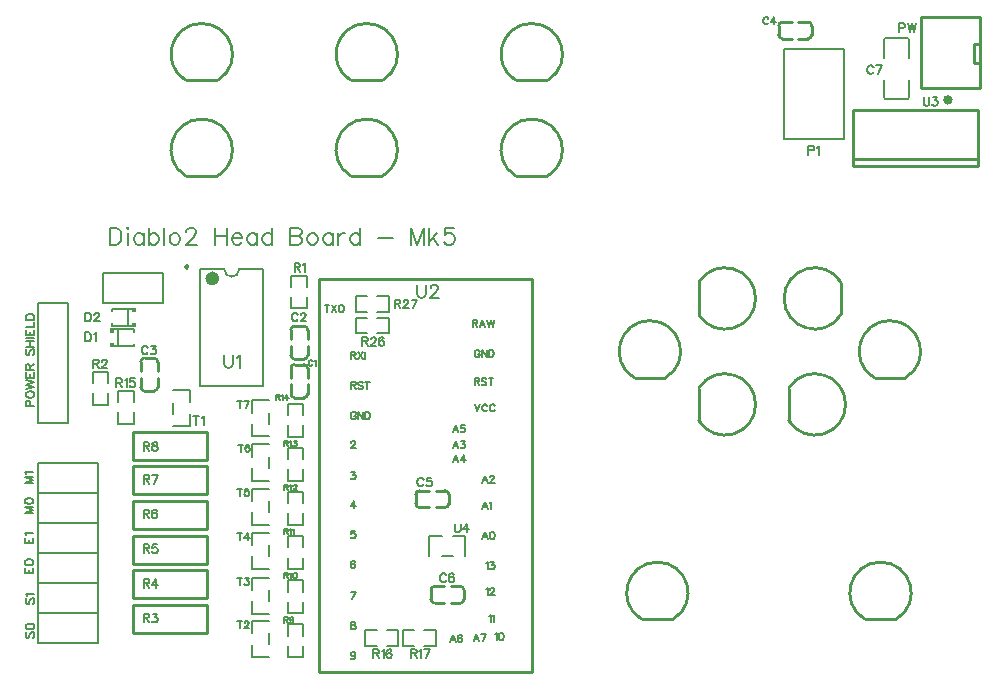
<source format=gto>
G04 Layer: TopSilkscreenLayer*
G04 EasyEDA v6.4.30, 2022-01-25 10:33:58*
G04 5618020f384b45728b455be9ef3c0d3f,7d3f4a13764643a7838717c5c1d40531,10*
G04 Gerber Generator version 0.2*
G04 Scale: 100 percent, Rotated: No, Reflected: No *
G04 Dimensions in inches *
G04 leading zeros omitted , absolute positions ,3 integer and 6 decimal *
%FSLAX36Y36*%
%MOIN*%

%ADD10C,0.0100*%
%ADD39C,0.0060*%
%ADD40C,0.0080*%
%ADD41C,0.0080*%
%ADD42C,0.0060*%
%ADD43C,0.0079*%
%ADD44C,0.0157*%
%ADD45C,0.0098*%
%ADD46C,0.0236*%
%ADD47C,0.0050*%

%LPD*%
D41*
X300050Y1560580D02*
G01*
X300050Y1503279D01*
X300050Y1560580D02*
G01*
X319050Y1560580D01*
X327249Y1557779D01*
X332750Y1552379D01*
X335450Y1546880D01*
X338150Y1538679D01*
X338150Y1525079D01*
X335450Y1516880D01*
X332750Y1511480D01*
X327249Y1505979D01*
X319050Y1503279D01*
X300050Y1503279D01*
X356149Y1560580D02*
G01*
X358949Y1557779D01*
X361649Y1560580D01*
X358949Y1563279D01*
X356149Y1560580D01*
X358949Y1541480D02*
G01*
X358949Y1503279D01*
X412350Y1541480D02*
G01*
X412350Y1503279D01*
X412350Y1533279D02*
G01*
X406950Y1538679D01*
X401449Y1541480D01*
X393249Y1541480D01*
X387849Y1538679D01*
X382350Y1533279D01*
X379650Y1525079D01*
X379650Y1519679D01*
X382350Y1511480D01*
X387849Y1505979D01*
X393249Y1503279D01*
X401449Y1503279D01*
X406950Y1505979D01*
X412350Y1511480D01*
X430349Y1560580D02*
G01*
X430349Y1503279D01*
X430349Y1533279D02*
G01*
X435850Y1538679D01*
X441250Y1541480D01*
X449450Y1541480D01*
X454949Y1538679D01*
X460349Y1533279D01*
X463049Y1525079D01*
X463049Y1519679D01*
X460349Y1511480D01*
X454949Y1505979D01*
X449450Y1503279D01*
X441250Y1503279D01*
X435850Y1505979D01*
X430349Y1511480D01*
X481050Y1560580D02*
G01*
X481050Y1503279D01*
X512750Y1541480D02*
G01*
X507249Y1538679D01*
X501849Y1533279D01*
X499050Y1525079D01*
X499050Y1519679D01*
X501849Y1511480D01*
X507249Y1505979D01*
X512750Y1503279D01*
X520949Y1503279D01*
X526350Y1505979D01*
X531849Y1511480D01*
X534549Y1519679D01*
X534549Y1525079D01*
X531849Y1533279D01*
X526350Y1538679D01*
X520949Y1541480D01*
X512750Y1541480D01*
X555250Y1546880D02*
G01*
X555250Y1549679D01*
X558049Y1555079D01*
X560749Y1557779D01*
X566149Y1560580D01*
X577049Y1560580D01*
X582550Y1557779D01*
X585250Y1555079D01*
X588049Y1549679D01*
X588049Y1544180D01*
X585250Y1538679D01*
X579850Y1530580D01*
X552550Y1503279D01*
X590749Y1503279D01*
X650749Y1560580D02*
G01*
X650749Y1503279D01*
X688949Y1560580D02*
G01*
X688949Y1503279D01*
X650749Y1533279D02*
G01*
X688949Y1533279D01*
X706950Y1525079D02*
G01*
X739650Y1525079D01*
X739650Y1530580D01*
X736950Y1535979D01*
X734149Y1538679D01*
X728750Y1541480D01*
X720549Y1541480D01*
X715050Y1538679D01*
X709650Y1533279D01*
X706950Y1525079D01*
X706950Y1519679D01*
X709650Y1511480D01*
X715050Y1505979D01*
X720549Y1503279D01*
X728750Y1503279D01*
X734149Y1505979D01*
X739650Y1511480D01*
X790349Y1541480D02*
G01*
X790349Y1503279D01*
X790349Y1533279D02*
G01*
X784949Y1538679D01*
X779449Y1541480D01*
X771250Y1541480D01*
X765850Y1538679D01*
X760349Y1533279D01*
X757649Y1525079D01*
X757649Y1519679D01*
X760349Y1511480D01*
X765850Y1505979D01*
X771250Y1503279D01*
X779449Y1503279D01*
X784949Y1505979D01*
X790349Y1511480D01*
X841049Y1560580D02*
G01*
X841049Y1503279D01*
X841049Y1533279D02*
G01*
X835649Y1538679D01*
X830150Y1541480D01*
X822049Y1541480D01*
X816549Y1538679D01*
X811049Y1533279D01*
X808350Y1525079D01*
X808350Y1519679D01*
X811049Y1511480D01*
X816549Y1505979D01*
X822049Y1503279D01*
X830150Y1503279D01*
X835649Y1505979D01*
X841049Y1511480D01*
X901049Y1560580D02*
G01*
X901049Y1503279D01*
X901049Y1560580D02*
G01*
X925649Y1560580D01*
X933850Y1557779D01*
X936549Y1555079D01*
X939250Y1549679D01*
X939250Y1544180D01*
X936549Y1538679D01*
X933850Y1535979D01*
X925649Y1533279D01*
X901049Y1533279D02*
G01*
X925649Y1533279D01*
X933850Y1530580D01*
X936549Y1527779D01*
X939250Y1522379D01*
X939250Y1514180D01*
X936549Y1508679D01*
X933850Y1505979D01*
X925649Y1503279D01*
X901049Y1503279D01*
X970950Y1541480D02*
G01*
X965450Y1538679D01*
X960050Y1533279D01*
X957250Y1525079D01*
X957250Y1519679D01*
X960050Y1511480D01*
X965450Y1505979D01*
X970950Y1503279D01*
X979049Y1503279D01*
X984549Y1505979D01*
X990050Y1511480D01*
X992749Y1519679D01*
X992749Y1525079D01*
X990050Y1533279D01*
X984549Y1538679D01*
X979049Y1541480D01*
X970950Y1541480D01*
X1043450Y1541480D02*
G01*
X1043450Y1503279D01*
X1043450Y1533279D02*
G01*
X1038050Y1538679D01*
X1032550Y1541480D01*
X1024350Y1541480D01*
X1018950Y1538679D01*
X1013450Y1533279D01*
X1010749Y1525079D01*
X1010749Y1519679D01*
X1013450Y1511480D01*
X1018950Y1505979D01*
X1024350Y1503279D01*
X1032550Y1503279D01*
X1038050Y1505979D01*
X1043450Y1511480D01*
X1061450Y1541480D02*
G01*
X1061450Y1503279D01*
X1061450Y1525079D02*
G01*
X1064149Y1533279D01*
X1069650Y1538679D01*
X1075050Y1541480D01*
X1083249Y1541480D01*
X1134049Y1560580D02*
G01*
X1134049Y1503279D01*
X1134049Y1533279D02*
G01*
X1128549Y1538679D01*
X1123050Y1541480D01*
X1114949Y1541480D01*
X1109449Y1538679D01*
X1104049Y1533279D01*
X1101250Y1525079D01*
X1101250Y1519679D01*
X1104049Y1511480D01*
X1109449Y1505979D01*
X1114949Y1503279D01*
X1123050Y1503279D01*
X1128549Y1505979D01*
X1134049Y1511480D01*
X1194049Y1527779D02*
G01*
X1243050Y1527779D01*
X1303050Y1560580D02*
G01*
X1303050Y1503279D01*
X1303050Y1560580D02*
G01*
X1324949Y1503279D01*
X1346750Y1560580D02*
G01*
X1324949Y1503279D01*
X1346750Y1560580D02*
G01*
X1346750Y1503279D01*
X1364750Y1560580D02*
G01*
X1364750Y1503279D01*
X1392049Y1541480D02*
G01*
X1364750Y1514180D01*
X1375649Y1525079D02*
G01*
X1394750Y1503279D01*
X1445450Y1560580D02*
G01*
X1418149Y1560580D01*
X1415450Y1535979D01*
X1418149Y1538679D01*
X1426350Y1541480D01*
X1434549Y1541480D01*
X1442749Y1538679D01*
X1448149Y1533279D01*
X1450950Y1525079D01*
X1450950Y1519679D01*
X1448149Y1511480D01*
X1442749Y1505979D01*
X1434549Y1503279D01*
X1426350Y1503279D01*
X1418149Y1505979D01*
X1415450Y1508679D01*
X1412749Y1514180D01*
D39*
X19699Y965625D02*
G01*
X48400Y965625D01*
X19699Y965625D02*
G01*
X19699Y977925D01*
X21100Y982024D01*
X22500Y983324D01*
X25199Y984724D01*
X29299Y984724D01*
X31999Y983324D01*
X33400Y982024D01*
X34699Y977925D01*
X34699Y965625D01*
X19699Y1001925D02*
G01*
X21100Y999124D01*
X23800Y996424D01*
X26500Y995124D01*
X30599Y993724D01*
X37500Y993724D01*
X41500Y995124D01*
X44299Y996424D01*
X46999Y999124D01*
X48400Y1001925D01*
X48400Y1007325D01*
X46999Y1010124D01*
X44299Y1012824D01*
X41500Y1014124D01*
X37500Y1015524D01*
X30599Y1015524D01*
X26500Y1014124D01*
X23800Y1012824D01*
X21100Y1010124D01*
X19699Y1007325D01*
X19699Y1001925D01*
X19699Y1024524D02*
G01*
X48400Y1031325D01*
X19699Y1038125D02*
G01*
X48400Y1031325D01*
X19699Y1038125D02*
G01*
X48400Y1045025D01*
X19699Y1051824D02*
G01*
X48400Y1045025D01*
X19699Y1060824D02*
G01*
X48400Y1060824D01*
X19699Y1060824D02*
G01*
X19699Y1078524D01*
X33400Y1060824D02*
G01*
X33400Y1071725D01*
X48400Y1060824D02*
G01*
X48400Y1078524D01*
X19699Y1087525D02*
G01*
X48400Y1087525D01*
X19699Y1087525D02*
G01*
X19699Y1099825D01*
X21100Y1103924D01*
X22500Y1105225D01*
X25199Y1106624D01*
X27899Y1106624D01*
X30599Y1105225D01*
X31999Y1103924D01*
X33400Y1099825D01*
X33400Y1087525D01*
X33400Y1097125D02*
G01*
X48400Y1106624D01*
X23800Y1155725D02*
G01*
X21100Y1153024D01*
X19699Y1148924D01*
X19699Y1143425D01*
X21100Y1139324D01*
X23800Y1136624D01*
X26500Y1136624D01*
X29299Y1138024D01*
X30599Y1139324D01*
X31999Y1142125D01*
X34699Y1150225D01*
X36100Y1153024D01*
X37500Y1154324D01*
X40199Y1155725D01*
X44299Y1155725D01*
X46999Y1153024D01*
X48400Y1148924D01*
X48400Y1143425D01*
X46999Y1139324D01*
X44299Y1136624D01*
X19699Y1164724D02*
G01*
X48400Y1164724D01*
X19699Y1183825D02*
G01*
X48400Y1183825D01*
X33400Y1164724D02*
G01*
X33400Y1183825D01*
X19699Y1192824D02*
G01*
X48400Y1192824D01*
X19699Y1201824D02*
G01*
X48400Y1201824D01*
X19699Y1201824D02*
G01*
X19699Y1219524D01*
X33400Y1201824D02*
G01*
X33400Y1212725D01*
X48400Y1201824D02*
G01*
X48400Y1219524D01*
X19699Y1228524D02*
G01*
X48400Y1228524D01*
X48400Y1228524D02*
G01*
X48400Y1244924D01*
X19699Y1253924D02*
G01*
X48400Y1253924D01*
X19699Y1253924D02*
G01*
X19699Y1263425D01*
X21100Y1267525D01*
X23800Y1270225D01*
X26500Y1271624D01*
X30599Y1273024D01*
X37500Y1273024D01*
X41500Y1271624D01*
X44299Y1270225D01*
X46999Y1267525D01*
X48400Y1263425D01*
X48400Y1253924D01*
X2845424Y2095349D02*
G01*
X2844125Y2098049D01*
X2841324Y2100749D01*
X2838625Y2102150D01*
X2833225Y2102150D01*
X2830424Y2100749D01*
X2827725Y2098049D01*
X2826324Y2095349D01*
X2825024Y2091250D01*
X2825024Y2084450D01*
X2826324Y2080349D01*
X2827725Y2077649D01*
X2830424Y2074850D01*
X2833225Y2073550D01*
X2838625Y2073550D01*
X2841324Y2074850D01*
X2844125Y2077649D01*
X2845424Y2080349D01*
X2873524Y2102150D02*
G01*
X2859925Y2073550D01*
X2854425Y2102150D02*
G01*
X2873524Y2102150D01*
X23825Y212824D02*
G01*
X21125Y210124D01*
X19724Y206024D01*
X19724Y200524D01*
X21125Y196525D01*
X23825Y193724D01*
X26525Y193724D01*
X29225Y195124D01*
X30625Y196525D01*
X32024Y199225D01*
X34724Y207424D01*
X36125Y210124D01*
X37424Y211525D01*
X40225Y212824D01*
X44225Y212824D01*
X47024Y210124D01*
X48324Y206024D01*
X48324Y200524D01*
X47024Y196525D01*
X44225Y193724D01*
X19724Y230025D02*
G01*
X21125Y225925D01*
X25225Y223225D01*
X32024Y221824D01*
X36125Y221824D01*
X42925Y223225D01*
X47024Y225925D01*
X48324Y230025D01*
X48324Y232725D01*
X47024Y236824D01*
X42925Y239524D01*
X36125Y240925D01*
X32024Y240925D01*
X25225Y239524D01*
X21125Y236824D01*
X19724Y232725D01*
X19724Y230025D01*
X23800Y325349D02*
G01*
X21100Y322649D01*
X19699Y318550D01*
X19699Y313049D01*
X21100Y308949D01*
X23800Y306250D01*
X26500Y306250D01*
X29299Y307649D01*
X30599Y308949D01*
X31999Y311750D01*
X34699Y319850D01*
X36100Y322649D01*
X37500Y323949D01*
X40199Y325349D01*
X44299Y325349D01*
X46999Y322649D01*
X48400Y318550D01*
X48400Y313049D01*
X46999Y308949D01*
X44299Y306250D01*
X25199Y334349D02*
G01*
X23800Y337049D01*
X19699Y341149D01*
X48400Y341149D01*
X1345500Y720374D02*
G01*
X1344099Y723074D01*
X1341400Y725774D01*
X1338599Y727175D01*
X1333199Y727175D01*
X1330500Y725774D01*
X1327700Y723074D01*
X1326400Y720374D01*
X1325000Y716275D01*
X1325000Y709375D01*
X1326400Y705374D01*
X1327700Y702575D01*
X1330500Y699875D01*
X1333199Y698474D01*
X1338599Y698474D01*
X1341400Y699875D01*
X1344099Y702575D01*
X1345500Y705374D01*
X1370799Y727175D02*
G01*
X1357200Y727175D01*
X1355799Y714875D01*
X1357200Y716275D01*
X1361300Y717575D01*
X1365399Y717575D01*
X1369499Y716275D01*
X1372200Y713474D01*
X1373500Y709375D01*
X1373500Y706675D01*
X1372200Y702575D01*
X1369499Y699875D01*
X1365399Y698474D01*
X1361300Y698474D01*
X1357200Y699875D01*
X1355799Y701275D01*
X1354499Y703975D01*
X1420500Y401624D02*
G01*
X1419099Y404324D01*
X1416400Y407024D01*
X1413599Y408425D01*
X1408199Y408425D01*
X1405500Y407024D01*
X1402700Y404324D01*
X1401400Y401624D01*
X1400000Y397525D01*
X1400000Y390625D01*
X1401400Y386624D01*
X1402700Y383825D01*
X1405500Y381125D01*
X1408199Y379724D01*
X1413599Y379724D01*
X1416400Y381125D01*
X1419099Y383825D01*
X1420500Y386624D01*
X1445799Y404324D02*
G01*
X1444499Y407024D01*
X1440399Y408425D01*
X1437600Y408425D01*
X1433500Y407024D01*
X1430799Y402925D01*
X1429499Y396125D01*
X1429499Y389324D01*
X1430799Y383825D01*
X1433500Y381125D01*
X1437600Y379724D01*
X1438999Y379724D01*
X1443100Y381125D01*
X1445799Y383825D01*
X1447200Y387925D01*
X1447200Y389324D01*
X1445799Y393425D01*
X1443100Y396125D01*
X1438999Y397525D01*
X1437600Y397525D01*
X1433500Y396125D01*
X1430799Y393425D01*
X1429499Y389324D01*
X1450000Y574050D02*
G01*
X1450000Y553550D01*
X1451400Y549450D01*
X1454099Y546750D01*
X1458199Y545349D01*
X1460900Y545349D01*
X1465000Y546750D01*
X1467700Y549450D01*
X1469099Y553550D01*
X1469099Y574050D01*
X1491700Y574050D02*
G01*
X1478100Y554949D01*
X1498500Y554949D01*
X1491700Y574050D02*
G01*
X1491700Y545349D01*
X1178149Y155250D02*
G01*
X1178149Y126649D01*
X1178149Y155250D02*
G01*
X1190349Y155250D01*
X1194449Y153949D01*
X1195850Y152550D01*
X1197250Y149850D01*
X1197250Y147049D01*
X1195850Y144349D01*
X1194449Y142950D01*
X1190349Y141649D01*
X1178149Y141649D01*
X1187650Y141649D02*
G01*
X1197250Y126649D01*
X1206250Y149850D02*
G01*
X1208950Y151149D01*
X1213050Y155250D01*
X1213050Y126649D01*
X1238350Y151149D02*
G01*
X1237049Y153949D01*
X1232950Y155250D01*
X1230249Y155250D01*
X1226149Y153949D01*
X1223350Y149850D01*
X1222049Y142950D01*
X1222049Y136149D01*
X1223350Y130749D01*
X1226149Y127950D01*
X1230249Y126649D01*
X1231549Y126649D01*
X1235649Y127950D01*
X1238350Y130749D01*
X1239750Y134850D01*
X1239750Y136149D01*
X1238350Y140250D01*
X1235649Y142950D01*
X1231549Y144349D01*
X1230249Y144349D01*
X1226149Y142950D01*
X1223350Y140250D01*
X1222049Y136149D01*
X1303175Y155250D02*
G01*
X1303175Y126649D01*
X1303175Y155250D02*
G01*
X1315375Y155250D01*
X1319475Y153949D01*
X1320874Y152550D01*
X1322174Y149850D01*
X1322174Y147049D01*
X1320874Y144349D01*
X1319475Y142950D01*
X1315375Y141649D01*
X1303175Y141649D01*
X1312674Y141649D02*
G01*
X1322174Y126649D01*
X1331175Y149850D02*
G01*
X1333975Y151149D01*
X1338074Y155250D01*
X1338074Y126649D01*
X1366175Y155250D02*
G01*
X1352475Y126649D01*
X1347075Y155250D02*
G01*
X1366175Y155250D01*
X3012494Y1995902D02*
G01*
X3012494Y1975448D01*
X3013859Y1971356D01*
X3016585Y1968629D01*
X3020676Y1967265D01*
X3023404Y1967265D01*
X3027494Y1968629D01*
X3030222Y1971356D01*
X3031585Y1975448D01*
X3031585Y1995902D01*
X3043312Y1995902D02*
G01*
X3058312Y1995902D01*
X3050131Y1984994D01*
X3054221Y1984994D01*
X3056949Y1983629D01*
X3058312Y1982265D01*
X3059677Y1978175D01*
X3059677Y1975448D01*
X3058312Y1971356D01*
X3055586Y1968629D01*
X3051495Y1967265D01*
X3047403Y1967265D01*
X3043312Y1968629D01*
X3041949Y1969994D01*
X3040586Y1972721D01*
X2931266Y2242800D02*
G01*
X2931266Y2214099D01*
X2931266Y2242800D02*
G01*
X2943567Y2242800D01*
X2947566Y2241399D01*
X2948967Y2240100D01*
X2950366Y2237300D01*
X2950366Y2233200D01*
X2948967Y2230500D01*
X2947566Y2229099D01*
X2943567Y2227800D01*
X2931266Y2227800D01*
X2959367Y2242800D02*
G01*
X2966166Y2214099D01*
X2972966Y2242800D02*
G01*
X2966166Y2214099D01*
X2972966Y2242800D02*
G01*
X2979767Y2214099D01*
X2986566Y2242800D02*
G01*
X2979767Y2214099D01*
X2628125Y1833434D02*
G01*
X2628125Y1804735D01*
X2628125Y1833434D02*
G01*
X2640424Y1833434D01*
X2644525Y1832035D01*
X2645825Y1830635D01*
X2647224Y1827935D01*
X2647224Y1823834D01*
X2645825Y1821134D01*
X2644525Y1819735D01*
X2640424Y1818434D01*
X2628125Y1818434D01*
X2656225Y1827935D02*
G01*
X2658924Y1829335D01*
X2663024Y1833434D01*
X2663024Y1804735D01*
D47*
X976099Y1115599D02*
G01*
X975200Y1117500D01*
X973400Y1119299D01*
X971599Y1120199D01*
X968000Y1120199D01*
X966099Y1119299D01*
X964300Y1117500D01*
X963400Y1115599D01*
X962500Y1112899D01*
X962500Y1108400D01*
X963400Y1105599D01*
X964300Y1103800D01*
X966099Y1101999D01*
X968000Y1101100D01*
X971599Y1101100D01*
X973400Y1101999D01*
X975200Y1103800D01*
X976099Y1105599D01*
X982100Y1116500D02*
G01*
X983999Y1117500D01*
X986700Y1120199D01*
X986700Y1101100D01*
D39*
X926700Y1270300D02*
G01*
X925299Y1273099D01*
X922600Y1275799D01*
X919799Y1277100D01*
X914399Y1277100D01*
X911700Y1275799D01*
X908900Y1273099D01*
X907600Y1270300D01*
X906199Y1266199D01*
X906199Y1259400D01*
X907600Y1255300D01*
X908900Y1252600D01*
X911700Y1249899D01*
X914399Y1248499D01*
X919799Y1248499D01*
X922600Y1249899D01*
X925299Y1252600D01*
X926700Y1255300D01*
X936999Y1270300D02*
G01*
X936999Y1271700D01*
X938400Y1274400D01*
X939700Y1275799D01*
X942500Y1277100D01*
X947899Y1277100D01*
X950699Y1275799D01*
X951999Y1274400D01*
X953400Y1271700D01*
X953400Y1269000D01*
X951999Y1266199D01*
X949300Y1262100D01*
X935699Y1248499D01*
X954700Y1248499D01*
X426750Y1160960D02*
G01*
X425349Y1163659D01*
X422649Y1166460D01*
X419850Y1167759D01*
X414450Y1167759D01*
X411750Y1166460D01*
X408949Y1163659D01*
X407649Y1160960D01*
X406250Y1156860D01*
X406250Y1150059D01*
X407649Y1145960D01*
X408949Y1143260D01*
X411750Y1140459D01*
X414450Y1139160D01*
X419850Y1139160D01*
X422649Y1140459D01*
X425349Y1143260D01*
X426750Y1145960D01*
X438449Y1167759D02*
G01*
X453449Y1167759D01*
X445250Y1156860D01*
X449349Y1156860D01*
X452049Y1155459D01*
X453449Y1154160D01*
X454749Y1150059D01*
X454749Y1147359D01*
X453449Y1143260D01*
X450749Y1140459D01*
X446649Y1139160D01*
X442550Y1139160D01*
X438449Y1140459D01*
X437049Y1141860D01*
X435749Y1144560D01*
X412500Y274000D02*
G01*
X412500Y245399D01*
X412500Y274000D02*
G01*
X424699Y274000D01*
X428800Y272699D01*
X430199Y271300D01*
X431500Y268600D01*
X431500Y265799D01*
X430199Y263099D01*
X428800Y261700D01*
X424699Y260399D01*
X412500Y260399D01*
X421999Y260399D02*
G01*
X431500Y245399D01*
X443299Y274000D02*
G01*
X458299Y274000D01*
X450100Y263099D01*
X454200Y263099D01*
X456900Y261700D01*
X458299Y260399D01*
X459600Y256300D01*
X459600Y253600D01*
X458299Y249499D01*
X455500Y246700D01*
X451500Y245399D01*
X447399Y245399D01*
X443299Y246700D01*
X441900Y248099D01*
X440500Y250799D01*
X412500Y389600D02*
G01*
X412500Y360999D01*
X412500Y389600D02*
G01*
X424699Y389600D01*
X428800Y388299D01*
X430199Y386900D01*
X431500Y384200D01*
X431500Y381500D01*
X430199Y378699D01*
X428800Y377399D01*
X424699Y375999D01*
X412500Y375999D01*
X421999Y375999D02*
G01*
X431500Y360999D01*
X454200Y389600D02*
G01*
X440500Y370599D01*
X460999Y370599D01*
X454200Y389600D02*
G01*
X454200Y360999D01*
X412500Y505300D02*
G01*
X412500Y476599D01*
X412500Y505300D02*
G01*
X424699Y505300D01*
X428800Y503899D01*
X430199Y502500D01*
X431500Y499800D01*
X431500Y497100D01*
X430199Y494400D01*
X428800Y493000D01*
X424699Y491599D01*
X412500Y491599D01*
X421999Y491599D02*
G01*
X431500Y476599D01*
X456900Y505300D02*
G01*
X443299Y505300D01*
X441900Y493000D01*
X443299Y494400D01*
X447399Y495700D01*
X451500Y495700D01*
X455500Y494400D01*
X458299Y491599D01*
X459600Y487500D01*
X459600Y484800D01*
X458299Y480700D01*
X455500Y478000D01*
X451500Y476599D01*
X447399Y476599D01*
X443299Y478000D01*
X441900Y479400D01*
X440500Y482100D01*
X412500Y620900D02*
G01*
X412500Y592300D01*
X412500Y620900D02*
G01*
X424699Y620900D01*
X428800Y619499D01*
X430199Y618200D01*
X431500Y615399D01*
X431500Y612699D01*
X430199Y610000D01*
X428800Y608600D01*
X424699Y607300D01*
X412500Y607300D01*
X421999Y607300D02*
G01*
X431500Y592300D01*
X456900Y616799D02*
G01*
X455500Y619499D01*
X451500Y620900D01*
X448699Y620900D01*
X444600Y619499D01*
X441900Y615399D01*
X440500Y608600D01*
X440500Y601799D01*
X441900Y596300D01*
X444600Y593600D01*
X448699Y592300D01*
X450100Y592300D01*
X454200Y593600D01*
X456900Y596300D01*
X458299Y600399D01*
X458299Y601799D01*
X456900Y605900D01*
X454200Y608600D01*
X450100Y610000D01*
X448699Y610000D01*
X444600Y608600D01*
X441900Y605900D01*
X440500Y601799D01*
X412500Y736500D02*
G01*
X412500Y707899D01*
X412500Y736500D02*
G01*
X424699Y736500D01*
X428800Y735199D01*
X430199Y733800D01*
X431500Y731100D01*
X431500Y728299D01*
X430199Y725599D01*
X428800Y724200D01*
X424699Y722899D01*
X412500Y722899D01*
X421999Y722899D02*
G01*
X431500Y707899D01*
X459600Y736500D02*
G01*
X445999Y707899D01*
X440500Y736500D02*
G01*
X459600Y736500D01*
X412500Y845900D02*
G01*
X412500Y817300D01*
X412500Y845900D02*
G01*
X424800Y845900D01*
X428899Y844499D01*
X430199Y843200D01*
X431599Y840399D01*
X431599Y837699D01*
X430199Y835000D01*
X428899Y833600D01*
X424800Y832300D01*
X412500Y832300D01*
X421999Y832300D02*
G01*
X431599Y817300D01*
X447399Y845900D02*
G01*
X443299Y844499D01*
X441999Y841799D01*
X441999Y839099D01*
X443299Y836300D01*
X445999Y835000D01*
X451500Y833600D01*
X455599Y832300D01*
X458299Y829499D01*
X459699Y826799D01*
X459699Y822699D01*
X458299Y820000D01*
X456999Y818600D01*
X452899Y817300D01*
X447399Y817300D01*
X443299Y818600D01*
X441999Y820000D01*
X440599Y822699D01*
X440599Y826799D01*
X441999Y829499D01*
X444699Y832300D01*
X448800Y833600D01*
X454200Y835000D01*
X456999Y836300D01*
X458299Y839099D01*
X458299Y841799D01*
X456999Y844499D01*
X452899Y845900D01*
X447399Y845900D01*
D47*
X881300Y263899D02*
G01*
X881300Y244800D01*
X881300Y263899D02*
G01*
X889499Y263899D01*
X892200Y263000D01*
X893100Y262100D01*
X893999Y260300D01*
X893999Y258400D01*
X893100Y256599D01*
X892200Y255700D01*
X889499Y254800D01*
X881300Y254800D01*
X887700Y254800D02*
G01*
X893999Y244800D01*
X911800Y257500D02*
G01*
X910900Y254800D01*
X909099Y253000D01*
X906400Y252100D01*
X905500Y252100D01*
X902799Y253000D01*
X900900Y254800D01*
X900000Y257500D01*
X900000Y258400D01*
X900900Y261199D01*
X902799Y263000D01*
X905500Y263899D01*
X906400Y263899D01*
X909099Y263000D01*
X910900Y261199D01*
X911800Y257500D01*
X911800Y253000D01*
X910900Y248400D01*
X909099Y245700D01*
X906400Y244800D01*
X904600Y244800D01*
X901800Y245700D01*
X900900Y247500D01*
X881300Y410799D02*
G01*
X881300Y391700D01*
X881300Y410799D02*
G01*
X889499Y410799D01*
X892200Y409899D01*
X893100Y409000D01*
X893999Y407100D01*
X893999Y405300D01*
X893100Y403499D01*
X892200Y402600D01*
X889499Y401700D01*
X881300Y401700D01*
X887700Y401700D02*
G01*
X893999Y391700D01*
X900000Y407100D02*
G01*
X901800Y408099D01*
X904600Y410799D01*
X904600Y391700D01*
X916000Y410799D02*
G01*
X913299Y409899D01*
X911499Y407100D01*
X910600Y402600D01*
X910600Y399899D01*
X911499Y395300D01*
X913299Y392600D01*
X916000Y391700D01*
X917799Y391700D01*
X920600Y392600D01*
X922399Y395300D01*
X923299Y399899D01*
X923299Y402600D01*
X922399Y407100D01*
X920600Y409899D01*
X917799Y410799D01*
X916000Y410799D01*
X881300Y557699D02*
G01*
X881300Y538600D01*
X881300Y557699D02*
G01*
X889499Y557699D01*
X892200Y556700D01*
X893100Y555799D01*
X893999Y554000D01*
X893999Y552199D01*
X893100Y550399D01*
X892200Y549499D01*
X889499Y548600D01*
X881300Y548600D01*
X887700Y548600D02*
G01*
X893999Y538600D01*
X900000Y554000D02*
G01*
X901800Y554899D01*
X904600Y557699D01*
X904600Y538600D01*
X910600Y554000D02*
G01*
X912399Y554899D01*
X915100Y557699D01*
X915100Y538600D01*
X881300Y704499D02*
G01*
X881300Y685399D01*
X881300Y704499D02*
G01*
X889499Y704499D01*
X892200Y703600D01*
X893100Y702699D01*
X893999Y700900D01*
X893999Y699099D01*
X893100Y697300D01*
X892200Y696300D01*
X889499Y695399D01*
X881300Y695399D01*
X887700Y695399D02*
G01*
X893999Y685399D01*
X900000Y700900D02*
G01*
X901800Y701799D01*
X904600Y704499D01*
X904600Y685399D01*
X911499Y700000D02*
G01*
X911499Y700900D01*
X912399Y702699D01*
X913299Y703600D01*
X915100Y704499D01*
X918800Y704499D01*
X920600Y703600D01*
X921499Y702699D01*
X922399Y700900D01*
X922399Y699099D01*
X921499Y697300D01*
X919700Y694499D01*
X910600Y685399D01*
X923299Y685399D01*
X881300Y851399D02*
G01*
X881300Y832300D01*
X881300Y851399D02*
G01*
X889499Y851399D01*
X892200Y850500D01*
X893100Y849600D01*
X893999Y847800D01*
X893999Y845900D01*
X893100Y844099D01*
X892200Y843200D01*
X889499Y842300D01*
X881300Y842300D01*
X887700Y842300D02*
G01*
X893999Y832300D01*
X900000Y847800D02*
G01*
X901800Y848699D01*
X904600Y851399D01*
X904600Y832300D01*
X912399Y851399D02*
G01*
X922399Y851399D01*
X916899Y844099D01*
X919700Y844099D01*
X921499Y843200D01*
X922399Y842300D01*
X923299Y839600D01*
X923299Y837800D01*
X922399Y835000D01*
X920600Y833200D01*
X917799Y832300D01*
X915100Y832300D01*
X912399Y833200D01*
X911499Y834099D01*
X910600Y835900D01*
X853100Y1004600D02*
G01*
X853100Y985500D01*
X853100Y1004600D02*
G01*
X861300Y1004600D01*
X863999Y1003600D01*
X864899Y1002699D01*
X865900Y1000900D01*
X865900Y999099D01*
X864899Y997300D01*
X863999Y996399D01*
X861300Y995500D01*
X853100Y995500D01*
X859499Y995500D02*
G01*
X865900Y985500D01*
X871899Y1000900D02*
G01*
X873699Y1001799D01*
X876400Y1004600D01*
X876400Y985500D01*
X891499Y1004600D02*
G01*
X882399Y991799D01*
X896000Y991799D01*
X891499Y1004600D02*
G01*
X891499Y985500D01*
D39*
X587699Y933400D02*
G01*
X587699Y904800D01*
X578099Y933400D02*
G01*
X597199Y933400D01*
X606199Y927899D02*
G01*
X608899Y929299D01*
X613000Y933400D01*
X613000Y904800D01*
X733000Y250199D02*
G01*
X733000Y226399D01*
X725000Y250199D02*
G01*
X740900Y250199D01*
X749499Y244499D02*
G01*
X749499Y245700D01*
X750700Y248000D01*
X751799Y249099D01*
X754099Y250199D01*
X758600Y250199D01*
X760900Y249099D01*
X761999Y248000D01*
X763199Y245700D01*
X763199Y243400D01*
X761999Y241100D01*
X759800Y237699D01*
X748400Y226399D01*
X764300Y226399D01*
X733000Y394000D02*
G01*
X733000Y370100D01*
X725000Y394000D02*
G01*
X740900Y394000D01*
X750700Y394000D02*
G01*
X763199Y394000D01*
X756399Y384899D01*
X759800Y384899D01*
X761999Y383699D01*
X763199Y382600D01*
X764300Y379200D01*
X764300Y376900D01*
X763199Y373499D01*
X760900Y371199D01*
X757500Y370100D01*
X754099Y370100D01*
X750700Y371199D01*
X749499Y372399D01*
X748400Y374699D01*
X733000Y544000D02*
G01*
X733000Y520100D01*
X725000Y544000D02*
G01*
X740900Y544000D01*
X759800Y544000D02*
G01*
X748400Y528099D01*
X765500Y528099D01*
X759800Y544000D02*
G01*
X759800Y520100D01*
X733000Y690900D02*
G01*
X733000Y666999D01*
X725000Y690900D02*
G01*
X740900Y690900D01*
X761999Y690900D02*
G01*
X750700Y690900D01*
X749499Y680599D01*
X750700Y681799D01*
X754099Y682899D01*
X757500Y682899D01*
X760900Y681799D01*
X763199Y679499D01*
X764300Y676100D01*
X764300Y673800D01*
X763199Y670399D01*
X760900Y668099D01*
X757500Y666999D01*
X754099Y666999D01*
X750700Y668099D01*
X749499Y669299D01*
X748400Y671500D01*
X736100Y837699D02*
G01*
X736100Y813899D01*
X728099Y837699D02*
G01*
X744000Y837699D01*
X765200Y834299D02*
G01*
X763999Y836599D01*
X760600Y837699D01*
X758400Y837699D01*
X754899Y836599D01*
X752699Y833200D01*
X751500Y827500D01*
X751500Y821799D01*
X752699Y817300D01*
X754899Y815000D01*
X758400Y813899D01*
X759499Y813899D01*
X762899Y815000D01*
X765200Y817300D01*
X766300Y820700D01*
X766300Y821799D01*
X765200Y825199D01*
X762899Y827500D01*
X759499Y828600D01*
X758400Y828600D01*
X754899Y827500D01*
X752699Y825199D01*
X751500Y821799D01*
X733000Y984600D02*
G01*
X733000Y960700D01*
X725000Y984600D02*
G01*
X740900Y984600D01*
X764300Y984600D02*
G01*
X753000Y960700D01*
X748400Y984600D02*
G01*
X764300Y984600D01*
X16649Y709400D02*
G01*
X45250Y709400D01*
X16649Y709400D02*
G01*
X45250Y720300D01*
X16649Y731199D02*
G01*
X45250Y720300D01*
X16649Y731199D02*
G01*
X45250Y731199D01*
X22049Y740199D02*
G01*
X20650Y742899D01*
X16649Y746999D01*
X45250Y746999D01*
X321925Y1058449D02*
G01*
X321925Y1029749D01*
X321925Y1058449D02*
G01*
X334124Y1058449D01*
X338225Y1057049D01*
X339625Y1055650D01*
X340925Y1052950D01*
X340925Y1050250D01*
X339625Y1047449D01*
X338225Y1046149D01*
X334124Y1044749D01*
X321925Y1044749D01*
X331424Y1044749D02*
G01*
X340925Y1029749D01*
X349924Y1052950D02*
G01*
X352725Y1054349D01*
X356824Y1058449D01*
X356824Y1029749D01*
X382125Y1058449D02*
G01*
X368524Y1058449D01*
X367125Y1046149D01*
X368524Y1047449D01*
X372624Y1048850D01*
X376725Y1048850D01*
X380824Y1047449D01*
X383524Y1044749D01*
X384924Y1040650D01*
X384924Y1037950D01*
X383524Y1033850D01*
X380824Y1031149D01*
X376725Y1029749D01*
X372624Y1029749D01*
X368524Y1031149D01*
X367125Y1032449D01*
X365824Y1035250D01*
X1140625Y1195925D02*
G01*
X1140625Y1167224D01*
X1140625Y1195925D02*
G01*
X1152924Y1195925D01*
X1157025Y1194524D01*
X1158325Y1193125D01*
X1159724Y1190425D01*
X1159724Y1187725D01*
X1158325Y1185025D01*
X1157025Y1183625D01*
X1152924Y1182224D01*
X1140625Y1182224D01*
X1150124Y1182224D02*
G01*
X1159724Y1167224D01*
X1170124Y1189124D02*
G01*
X1170124Y1190425D01*
X1171424Y1193125D01*
X1172825Y1194524D01*
X1175524Y1195925D01*
X1181024Y1195925D01*
X1183725Y1194524D01*
X1185124Y1193125D01*
X1186424Y1190425D01*
X1186424Y1187725D01*
X1185124Y1185025D01*
X1182325Y1180925D01*
X1168725Y1167224D01*
X1187825Y1167224D01*
X1213125Y1191824D02*
G01*
X1211824Y1194524D01*
X1207725Y1195925D01*
X1205024Y1195925D01*
X1200924Y1194524D01*
X1198125Y1190425D01*
X1196824Y1183625D01*
X1196824Y1176824D01*
X1198125Y1171325D01*
X1200924Y1168625D01*
X1205024Y1167224D01*
X1206324Y1167224D01*
X1210424Y1168625D01*
X1213125Y1171325D01*
X1214525Y1175425D01*
X1214525Y1176824D01*
X1213125Y1180925D01*
X1210424Y1183625D01*
X1206324Y1185025D01*
X1205024Y1185025D01*
X1200924Y1183625D01*
X1198125Y1180925D01*
X1196824Y1176824D01*
X1249525Y1320749D02*
G01*
X1249525Y1292049D01*
X1249525Y1320749D02*
G01*
X1261824Y1320749D01*
X1265924Y1319349D01*
X1267224Y1317950D01*
X1268625Y1315250D01*
X1268625Y1312550D01*
X1267224Y1309850D01*
X1265924Y1308449D01*
X1261824Y1307049D01*
X1249525Y1307049D01*
X1259025Y1307049D02*
G01*
X1268625Y1292049D01*
X1279025Y1313949D02*
G01*
X1279025Y1315250D01*
X1280325Y1317950D01*
X1281724Y1319349D01*
X1284425Y1320749D01*
X1289925Y1320749D01*
X1292624Y1319349D01*
X1294025Y1317950D01*
X1295325Y1315250D01*
X1295325Y1312550D01*
X1294025Y1309850D01*
X1291225Y1305749D01*
X1277624Y1292049D01*
X1296724Y1292049D01*
X1324825Y1320749D02*
G01*
X1311125Y1292049D01*
X1305725Y1320749D02*
G01*
X1324825Y1320749D01*
X243780Y1120859D02*
G01*
X243780Y1092260D01*
X243780Y1120859D02*
G01*
X255979Y1120859D01*
X260079Y1119560D01*
X261480Y1118159D01*
X262779Y1115459D01*
X262779Y1112759D01*
X261480Y1109960D01*
X260079Y1108659D01*
X255979Y1107260D01*
X243780Y1107260D01*
X253279Y1107260D02*
G01*
X262779Y1092260D01*
X273180Y1114059D02*
G01*
X273180Y1115459D01*
X274580Y1118159D01*
X275880Y1119560D01*
X278679Y1120859D01*
X284079Y1120859D01*
X286779Y1119560D01*
X288180Y1118159D01*
X289580Y1115459D01*
X289580Y1112759D01*
X288180Y1109960D01*
X285479Y1105859D01*
X271779Y1092260D01*
X290880Y1092260D01*
X218744Y1211554D02*
G01*
X218744Y1182854D01*
X218744Y1211554D02*
G01*
X228245Y1211554D01*
X232345Y1210154D01*
X235145Y1207455D01*
X236444Y1204755D01*
X237845Y1200655D01*
X237845Y1193755D01*
X236444Y1189755D01*
X235145Y1186954D01*
X232345Y1184254D01*
X228245Y1182854D01*
X218744Y1182854D01*
X246844Y1206055D02*
G01*
X249544Y1207455D01*
X253645Y1211554D01*
X253645Y1182854D01*
X218744Y1277179D02*
G01*
X218744Y1248479D01*
X218744Y1277179D02*
G01*
X228245Y1277179D01*
X232345Y1275779D01*
X235145Y1273080D01*
X236444Y1270380D01*
X237845Y1266280D01*
X237845Y1259380D01*
X236444Y1255380D01*
X235145Y1252579D01*
X232345Y1249879D01*
X228245Y1248479D01*
X218744Y1248479D01*
X248245Y1270380D02*
G01*
X248245Y1271680D01*
X249544Y1274380D01*
X250945Y1275779D01*
X253645Y1277179D01*
X259144Y1277179D01*
X261844Y1275779D01*
X263245Y1274380D01*
X264544Y1271680D01*
X264544Y1268980D01*
X263245Y1266280D01*
X260444Y1262179D01*
X246844Y1248479D01*
X265945Y1248479D01*
X915625Y1442800D02*
G01*
X915625Y1414099D01*
X915625Y1442800D02*
G01*
X927924Y1442800D01*
X932025Y1441399D01*
X933325Y1440000D01*
X934724Y1437300D01*
X934724Y1434600D01*
X933325Y1431900D01*
X932025Y1430500D01*
X927924Y1429099D01*
X915625Y1429099D01*
X925124Y1429099D02*
G01*
X934724Y1414099D01*
X943725Y1437300D02*
G01*
X946424Y1438699D01*
X950524Y1442800D01*
X950524Y1414099D01*
X1325000Y1370399D02*
G01*
X1325000Y1339699D01*
X1326999Y1333600D01*
X1331099Y1329499D01*
X1337299Y1327500D01*
X1341400Y1327500D01*
X1347500Y1329499D01*
X1351599Y1333600D01*
X1353599Y1339699D01*
X1353599Y1370399D01*
X1369200Y1360199D02*
G01*
X1369200Y1362199D01*
X1371199Y1366300D01*
X1373299Y1368400D01*
X1377399Y1370399D01*
X1385500Y1370399D01*
X1389600Y1368400D01*
X1391700Y1366300D01*
X1393699Y1362199D01*
X1393699Y1358099D01*
X1391700Y1354000D01*
X1387600Y1347899D01*
X1367100Y1327500D01*
X1395799Y1327500D01*
X1563100Y265100D02*
G01*
X1565399Y266199D01*
X1568800Y269600D01*
X1568800Y245700D01*
X1576300Y265100D02*
G01*
X1578599Y266199D01*
X1581999Y269600D01*
X1581999Y245700D01*
X1553100Y355100D02*
G01*
X1555399Y356199D01*
X1558800Y359600D01*
X1558800Y335700D01*
X1567399Y353899D02*
G01*
X1567399Y355100D01*
X1568599Y357300D01*
X1569700Y358499D01*
X1571999Y359600D01*
X1576499Y359600D01*
X1578800Y358499D01*
X1579899Y357300D01*
X1581099Y355100D01*
X1581099Y352800D01*
X1579899Y350500D01*
X1577700Y347100D01*
X1566300Y335700D01*
X1582200Y335700D01*
X1553100Y442600D02*
G01*
X1555399Y443699D01*
X1558800Y447100D01*
X1558800Y423200D01*
X1568599Y447100D02*
G01*
X1581099Y447100D01*
X1574300Y438000D01*
X1577700Y438000D01*
X1579899Y436900D01*
X1581099Y435700D01*
X1582200Y432300D01*
X1582200Y430100D01*
X1581099Y426700D01*
X1578800Y424400D01*
X1575399Y423200D01*
X1571999Y423200D01*
X1568599Y424400D01*
X1567399Y425500D01*
X1566300Y427800D01*
X1549700Y547100D02*
G01*
X1540600Y523200D01*
X1549700Y547100D02*
G01*
X1558800Y523200D01*
X1543999Y531199D02*
G01*
X1555399Y531199D01*
X1573100Y547100D02*
G01*
X1569700Y545999D01*
X1567399Y542600D01*
X1566300Y536900D01*
X1566300Y533499D01*
X1567399Y527800D01*
X1569700Y524400D01*
X1573100Y523200D01*
X1575399Y523200D01*
X1578800Y524400D01*
X1581099Y527800D01*
X1582200Y533499D01*
X1582200Y536900D01*
X1581099Y542600D01*
X1578800Y545999D01*
X1575399Y547100D01*
X1573100Y547100D01*
X1549700Y647100D02*
G01*
X1540600Y623200D01*
X1549700Y647100D02*
G01*
X1558800Y623200D01*
X1543999Y631199D02*
G01*
X1555399Y631199D01*
X1566300Y642600D02*
G01*
X1568599Y643699D01*
X1571999Y647100D01*
X1571999Y623200D01*
X1452200Y802500D02*
G01*
X1443100Y778600D01*
X1452200Y802500D02*
G01*
X1461300Y778600D01*
X1446499Y786599D02*
G01*
X1457899Y786599D01*
X1480200Y802500D02*
G01*
X1468800Y786599D01*
X1485799Y786599D01*
X1480200Y802500D02*
G01*
X1480200Y778600D01*
X1452200Y902500D02*
G01*
X1443100Y878600D01*
X1452200Y902500D02*
G01*
X1461300Y878600D01*
X1446499Y886599D02*
G01*
X1457899Y886599D01*
X1482399Y902500D02*
G01*
X1471099Y902500D01*
X1469899Y892199D01*
X1471099Y893400D01*
X1474499Y894499D01*
X1477899Y894499D01*
X1481300Y893400D01*
X1483599Y891100D01*
X1484700Y887699D01*
X1484700Y885399D01*
X1483599Y881999D01*
X1481300Y879699D01*
X1477899Y878600D01*
X1474499Y878600D01*
X1471099Y879699D01*
X1469899Y880900D01*
X1468800Y883200D01*
X1549700Y734600D02*
G01*
X1540600Y710700D01*
X1549700Y734600D02*
G01*
X1558800Y710700D01*
X1543999Y718699D02*
G01*
X1555399Y718699D01*
X1567399Y728899D02*
G01*
X1567399Y730100D01*
X1568599Y732300D01*
X1569700Y733499D01*
X1571999Y734600D01*
X1576499Y734600D01*
X1578800Y733499D01*
X1579899Y732300D01*
X1581099Y730100D01*
X1581099Y727800D01*
X1579899Y725500D01*
X1577700Y722100D01*
X1566300Y710700D01*
X1582200Y710700D01*
X1117899Y139099D02*
G01*
X1116800Y135700D01*
X1114499Y133499D01*
X1111099Y132300D01*
X1109899Y132300D01*
X1106499Y133499D01*
X1104300Y135700D01*
X1103100Y139099D01*
X1103100Y140300D01*
X1104300Y143699D01*
X1106499Y145999D01*
X1109899Y147100D01*
X1111099Y147100D01*
X1114499Y145999D01*
X1116800Y143699D01*
X1117899Y139099D01*
X1117899Y133499D01*
X1116800Y127800D01*
X1114499Y124400D01*
X1111099Y123200D01*
X1108800Y123200D01*
X1105399Y124400D01*
X1104300Y126599D01*
X1108800Y247100D02*
G01*
X1105399Y245999D01*
X1104300Y243699D01*
X1104300Y241399D01*
X1105399Y239099D01*
X1107700Y238000D01*
X1112200Y236900D01*
X1115600Y235700D01*
X1117899Y233499D01*
X1118999Y231199D01*
X1118999Y227800D01*
X1117899Y225500D01*
X1116800Y224400D01*
X1113400Y223200D01*
X1108800Y223200D01*
X1105399Y224400D01*
X1104300Y225500D01*
X1103100Y227800D01*
X1103100Y231199D01*
X1104300Y233499D01*
X1106499Y235700D01*
X1109899Y236900D01*
X1114499Y238000D01*
X1116800Y239099D01*
X1117899Y241399D01*
X1117899Y243699D01*
X1116800Y245999D01*
X1113400Y247100D01*
X1108800Y247100D01*
X1118999Y347100D02*
G01*
X1107700Y323200D01*
X1103100Y347100D02*
G01*
X1118999Y347100D01*
X1116800Y446799D02*
G01*
X1115600Y449099D01*
X1112200Y450199D01*
X1109899Y450199D01*
X1106499Y449099D01*
X1104300Y445700D01*
X1103100Y440000D01*
X1103100Y434299D01*
X1104300Y429800D01*
X1106499Y427500D01*
X1109899Y426399D01*
X1111099Y426399D01*
X1114499Y427500D01*
X1116800Y429800D01*
X1117899Y433200D01*
X1117899Y434299D01*
X1116800Y437699D01*
X1114499Y440000D01*
X1111099Y441100D01*
X1109899Y441100D01*
X1106499Y440000D01*
X1104300Y437699D01*
X1103100Y434299D01*
X1116800Y550199D02*
G01*
X1105399Y550199D01*
X1104300Y540000D01*
X1105399Y541100D01*
X1108800Y542300D01*
X1112200Y542300D01*
X1115600Y541100D01*
X1117899Y538899D01*
X1118999Y535500D01*
X1118999Y533200D01*
X1117899Y529800D01*
X1115600Y527500D01*
X1112200Y526399D01*
X1108800Y526399D01*
X1105399Y527500D01*
X1104300Y528600D01*
X1103100Y530900D01*
X1114499Y650199D02*
G01*
X1103100Y634299D01*
X1120200Y634299D01*
X1114499Y650199D02*
G01*
X1114499Y626399D01*
X1105399Y747100D02*
G01*
X1117899Y747100D01*
X1111099Y738000D01*
X1114499Y738000D01*
X1116800Y736900D01*
X1117899Y735700D01*
X1118999Y732300D01*
X1118999Y730100D01*
X1117899Y726599D01*
X1115600Y724400D01*
X1112200Y723200D01*
X1108800Y723200D01*
X1105399Y724400D01*
X1104300Y725500D01*
X1103100Y727800D01*
X1104300Y844499D02*
G01*
X1104300Y845700D01*
X1105399Y848000D01*
X1106499Y849099D01*
X1108800Y850199D01*
X1113400Y850199D01*
X1115600Y849099D01*
X1116800Y848000D01*
X1117899Y845700D01*
X1117899Y843400D01*
X1116800Y841100D01*
X1114499Y837699D01*
X1103100Y826399D01*
X1118999Y826399D01*
X1120200Y941424D02*
G01*
X1118999Y943724D01*
X1116800Y945925D01*
X1114499Y947125D01*
X1109899Y947125D01*
X1107700Y945925D01*
X1105399Y943724D01*
X1104300Y941424D01*
X1103100Y938024D01*
X1103100Y932325D01*
X1104300Y928924D01*
X1105399Y926624D01*
X1107700Y924324D01*
X1109899Y923225D01*
X1114499Y923225D01*
X1116800Y924324D01*
X1118999Y926624D01*
X1120200Y928924D01*
X1120200Y932325D01*
X1114499Y932325D02*
G01*
X1120200Y932325D01*
X1127700Y947125D02*
G01*
X1127700Y923225D01*
X1127700Y947125D02*
G01*
X1143599Y923225D01*
X1143599Y947125D02*
G01*
X1143599Y923225D01*
X1151099Y947125D02*
G01*
X1151099Y923225D01*
X1151099Y947125D02*
G01*
X1158999Y947125D01*
X1162399Y945925D01*
X1164700Y943724D01*
X1165900Y941424D01*
X1166999Y938024D01*
X1166999Y932325D01*
X1165900Y928924D01*
X1164700Y926624D01*
X1162399Y924324D01*
X1158999Y923225D01*
X1151099Y923225D01*
X1103100Y1047125D02*
G01*
X1103100Y1023225D01*
X1103100Y1047125D02*
G01*
X1113400Y1047125D01*
X1116800Y1045925D01*
X1117899Y1044825D01*
X1118999Y1042525D01*
X1118999Y1040324D01*
X1117899Y1038024D01*
X1116800Y1036824D01*
X1113400Y1035725D01*
X1103100Y1035725D01*
X1111099Y1035725D02*
G01*
X1118999Y1023225D01*
X1142399Y1043724D02*
G01*
X1140200Y1045925D01*
X1136800Y1047125D01*
X1132200Y1047125D01*
X1128800Y1045925D01*
X1126499Y1043724D01*
X1126499Y1041424D01*
X1127700Y1039124D01*
X1128800Y1038024D01*
X1131099Y1036824D01*
X1137899Y1034625D01*
X1140200Y1033425D01*
X1141300Y1032325D01*
X1142399Y1030025D01*
X1142399Y1026624D01*
X1140200Y1024324D01*
X1136800Y1023225D01*
X1132200Y1023225D01*
X1128800Y1024324D01*
X1126499Y1026624D01*
X1157899Y1047125D02*
G01*
X1157899Y1023225D01*
X1149899Y1047125D02*
G01*
X1165900Y1047125D01*
X1103100Y1147100D02*
G01*
X1103100Y1123200D01*
X1103100Y1147100D02*
G01*
X1113400Y1147100D01*
X1116800Y1145999D01*
X1117899Y1144800D01*
X1118999Y1142600D01*
X1118999Y1140300D01*
X1117899Y1138000D01*
X1116800Y1136900D01*
X1113400Y1135700D01*
X1103100Y1135700D01*
X1111099Y1135700D02*
G01*
X1118999Y1123200D01*
X1126499Y1147100D02*
G01*
X1142399Y1123200D01*
X1142399Y1147100D02*
G01*
X1126499Y1123200D01*
X1149899Y1147100D02*
G01*
X1149899Y1123200D01*
X1023599Y1303400D02*
G01*
X1023599Y1279499D01*
X1015600Y1303400D02*
G01*
X1031499Y1303400D01*
X1038999Y1303400D02*
G01*
X1054899Y1279499D01*
X1054899Y1303400D02*
G01*
X1038999Y1279499D01*
X1069300Y1303400D02*
G01*
X1066999Y1302199D01*
X1064700Y1299899D01*
X1063599Y1297699D01*
X1062399Y1294299D01*
X1062399Y1288600D01*
X1063599Y1285199D01*
X1064700Y1282899D01*
X1066999Y1280599D01*
X1069300Y1279499D01*
X1073800Y1279499D01*
X1076099Y1280599D01*
X1078400Y1282899D01*
X1079499Y1285199D01*
X1080600Y1288600D01*
X1080600Y1294299D01*
X1079499Y1297699D01*
X1078400Y1299899D01*
X1076099Y1302199D01*
X1073800Y1303400D01*
X1069300Y1303400D01*
X1515600Y972100D02*
G01*
X1524700Y948200D01*
X1533800Y972100D02*
G01*
X1524700Y948200D01*
X1558299Y966399D02*
G01*
X1557200Y968699D01*
X1554899Y970999D01*
X1552700Y972100D01*
X1548100Y972100D01*
X1545799Y970999D01*
X1543599Y968699D01*
X1542399Y966399D01*
X1541300Y963000D01*
X1541300Y957300D01*
X1542399Y953899D01*
X1543599Y951700D01*
X1545799Y949400D01*
X1548100Y948200D01*
X1552700Y948200D01*
X1554899Y949400D01*
X1557200Y951700D01*
X1558299Y953899D01*
X1582899Y966399D02*
G01*
X1581800Y968699D01*
X1579499Y970999D01*
X1577200Y972100D01*
X1572700Y972100D01*
X1570399Y970999D01*
X1568100Y968699D01*
X1566999Y966399D01*
X1565799Y963000D01*
X1565799Y957300D01*
X1566999Y953899D01*
X1568100Y951700D01*
X1570399Y949400D01*
X1572700Y948200D01*
X1577200Y948200D01*
X1579499Y949400D01*
X1581800Y951700D01*
X1582899Y953899D01*
X1515600Y1059600D02*
G01*
X1515600Y1035700D01*
X1515600Y1059600D02*
G01*
X1525799Y1059600D01*
X1529300Y1058499D01*
X1530399Y1057300D01*
X1531499Y1055100D01*
X1531499Y1052800D01*
X1530399Y1050500D01*
X1529300Y1049400D01*
X1525799Y1048200D01*
X1515600Y1048200D01*
X1523599Y1048200D02*
G01*
X1531499Y1035700D01*
X1554899Y1056199D02*
G01*
X1552700Y1058499D01*
X1549300Y1059600D01*
X1544700Y1059600D01*
X1541300Y1058499D01*
X1538999Y1056199D01*
X1538999Y1053899D01*
X1540200Y1051700D01*
X1541300Y1050500D01*
X1543599Y1049400D01*
X1550399Y1047100D01*
X1552700Y1045999D01*
X1553800Y1044800D01*
X1554899Y1042600D01*
X1554899Y1039200D01*
X1552700Y1036900D01*
X1549300Y1035700D01*
X1544700Y1035700D01*
X1541300Y1036900D01*
X1538999Y1039200D01*
X1570399Y1059600D02*
G01*
X1570399Y1035700D01*
X1562399Y1059600D02*
G01*
X1578299Y1059600D01*
X1532700Y1147699D02*
G01*
X1531499Y1149899D01*
X1529300Y1152199D01*
X1526999Y1153400D01*
X1522399Y1153400D01*
X1520200Y1152199D01*
X1517899Y1149899D01*
X1516800Y1147699D01*
X1515600Y1144299D01*
X1515600Y1138600D01*
X1516800Y1135199D01*
X1517899Y1132899D01*
X1520200Y1130599D01*
X1522399Y1129499D01*
X1526999Y1129499D01*
X1529300Y1130599D01*
X1531499Y1132899D01*
X1532700Y1135199D01*
X1532700Y1138600D01*
X1526999Y1138600D02*
G01*
X1532700Y1138600D01*
X1540200Y1153400D02*
G01*
X1540200Y1129499D01*
X1540200Y1153400D02*
G01*
X1556099Y1129499D01*
X1556099Y1153400D02*
G01*
X1556099Y1129499D01*
X1563599Y1153400D02*
G01*
X1563599Y1129499D01*
X1563599Y1153400D02*
G01*
X1571499Y1153400D01*
X1574899Y1152199D01*
X1577200Y1149899D01*
X1578299Y1147699D01*
X1579499Y1144299D01*
X1579499Y1138600D01*
X1578299Y1135199D01*
X1577200Y1132899D01*
X1574899Y1130599D01*
X1571499Y1129499D01*
X1563599Y1129499D01*
X1509399Y1253400D02*
G01*
X1509399Y1229499D01*
X1509399Y1253400D02*
G01*
X1519600Y1253400D01*
X1523000Y1252199D01*
X1524099Y1251100D01*
X1525299Y1248800D01*
X1525299Y1246500D01*
X1524099Y1244299D01*
X1523000Y1243099D01*
X1519600Y1241999D01*
X1509399Y1241999D01*
X1517299Y1241999D02*
G01*
X1525299Y1229499D01*
X1541899Y1253400D02*
G01*
X1532799Y1229499D01*
X1541899Y1253400D02*
G01*
X1551000Y1229499D01*
X1536199Y1237399D02*
G01*
X1547600Y1237399D01*
X1558500Y1253400D02*
G01*
X1564099Y1229499D01*
X1569799Y1253400D02*
G01*
X1564099Y1229499D01*
X1569799Y1253400D02*
G01*
X1575500Y1229499D01*
X1581199Y1253400D02*
G01*
X1575500Y1229499D01*
X1452200Y849600D02*
G01*
X1443100Y825700D01*
X1452200Y849600D02*
G01*
X1461300Y825700D01*
X1446499Y833699D02*
G01*
X1457899Y833699D01*
X1471099Y849600D02*
G01*
X1483599Y849600D01*
X1476800Y840500D01*
X1480200Y840500D01*
X1482399Y839400D01*
X1483599Y838200D01*
X1484700Y834800D01*
X1484700Y832600D01*
X1483599Y829200D01*
X1481300Y826900D01*
X1477899Y825700D01*
X1474499Y825700D01*
X1471099Y826900D01*
X1469899Y828000D01*
X1468800Y830300D01*
X1443500Y203400D02*
G01*
X1434399Y179499D01*
X1443500Y203400D02*
G01*
X1452600Y179499D01*
X1437799Y187399D02*
G01*
X1449099Y187399D01*
X1473699Y199899D02*
G01*
X1472600Y202199D01*
X1469099Y203400D01*
X1466899Y203400D01*
X1463500Y202199D01*
X1461199Y198800D01*
X1460100Y193099D01*
X1460100Y187399D01*
X1461199Y182899D01*
X1463500Y180599D01*
X1466899Y179499D01*
X1468000Y179499D01*
X1471400Y180599D01*
X1473699Y182899D01*
X1474799Y186300D01*
X1474799Y187399D01*
X1473699Y190900D01*
X1471400Y193099D01*
X1468000Y194299D01*
X1466899Y194299D01*
X1463500Y193099D01*
X1461199Y190900D01*
X1460100Y187399D01*
X1583100Y205100D02*
G01*
X1585399Y206199D01*
X1588800Y209600D01*
X1588800Y185700D01*
X1603100Y209600D02*
G01*
X1599700Y208499D01*
X1597399Y205100D01*
X1596300Y199400D01*
X1596300Y195999D01*
X1597399Y190300D01*
X1599700Y186900D01*
X1603100Y185700D01*
X1605399Y185700D01*
X1608800Y186900D01*
X1611099Y190300D01*
X1612200Y195999D01*
X1612200Y199400D01*
X1611099Y205100D01*
X1608800Y208499D01*
X1605399Y209600D01*
X1603100Y209600D01*
X1521599Y206500D02*
G01*
X1512500Y182600D01*
X1521599Y206500D02*
G01*
X1530699Y182600D01*
X1515900Y190599D02*
G01*
X1527299Y190599D01*
X1554099Y206500D02*
G01*
X1542700Y182600D01*
X1538199Y206500D02*
G01*
X1554099Y206500D01*
X16574Y409375D02*
G01*
X45275Y409375D01*
X16574Y409375D02*
G01*
X16574Y427074D01*
X30275Y409375D02*
G01*
X30275Y420275D01*
X45275Y409375D02*
G01*
X45275Y427074D01*
X16574Y444274D02*
G01*
X17975Y440174D01*
X22074Y437474D01*
X28874Y436075D01*
X32975Y436075D01*
X39774Y437474D01*
X43874Y440174D01*
X45275Y444274D01*
X45275Y446975D01*
X43874Y451075D01*
X39774Y453874D01*
X32975Y455174D01*
X28874Y455174D01*
X22074Y453874D01*
X17975Y451075D01*
X16574Y446975D01*
X16574Y444274D01*
X16574Y509375D02*
G01*
X45275Y509375D01*
X16574Y509375D02*
G01*
X16574Y527074D01*
X30275Y509375D02*
G01*
X30275Y520275D01*
X45275Y509375D02*
G01*
X45275Y527074D01*
X22074Y536075D02*
G01*
X20675Y538874D01*
X16574Y542874D01*
X45275Y542874D01*
X16574Y609375D02*
G01*
X45275Y609375D01*
X16574Y609375D02*
G01*
X45275Y620275D01*
X16574Y631174D02*
G01*
X45275Y620275D01*
X16574Y631174D02*
G01*
X45275Y631174D01*
X16574Y648375D02*
G01*
X17975Y644274D01*
X22074Y641574D01*
X28874Y640174D01*
X32975Y640174D01*
X39774Y641574D01*
X43874Y644274D01*
X45275Y648375D01*
X45275Y651075D01*
X43874Y655174D01*
X39774Y657874D01*
X32975Y659274D01*
X28874Y659274D01*
X22074Y657874D01*
X17975Y655174D01*
X16574Y651075D01*
X16574Y648375D01*
X681300Y1136075D02*
G01*
X681300Y1105374D01*
X683299Y1099175D01*
X687399Y1095075D01*
X693499Y1093074D01*
X697600Y1093074D01*
X703800Y1095075D01*
X707800Y1099175D01*
X709899Y1105374D01*
X709899Y1136075D01*
X723400Y1127874D02*
G01*
X727500Y1129875D01*
X733600Y1136075D01*
X733600Y1093074D01*
X2495174Y2256999D02*
G01*
X2494075Y2259299D01*
X2491774Y2261599D01*
X2489475Y2262700D01*
X2484975Y2262700D01*
X2482674Y2261599D01*
X2480375Y2259299D01*
X2479274Y2256999D01*
X2478175Y2253600D01*
X2478175Y2248000D01*
X2479274Y2244499D01*
X2480375Y2242300D01*
X2482674Y2240000D01*
X2484975Y2238899D01*
X2489475Y2238899D01*
X2491774Y2240000D01*
X2494075Y2242300D01*
X2495174Y2244499D01*
X2514075Y2262700D02*
G01*
X2502674Y2246799D01*
X2519674Y2246799D01*
X2514075Y2262700D02*
G01*
X2514075Y2238899D01*
G36*
X301240Y1225340D02*
G01*
X301240Y1211460D01*
X313240Y1211460D01*
X313240Y1225340D01*
G37*
G36*
X301240Y1176040D02*
G01*
X301240Y1162160D01*
X313240Y1162160D01*
X313240Y1176040D01*
G37*
G36*
X374260Y1244780D02*
G01*
X374260Y1230900D01*
X386260Y1230900D01*
X386260Y1244780D01*
G37*
G36*
X374260Y1294100D02*
G01*
X374260Y1280220D01*
X386260Y1280220D01*
X386260Y1294100D01*
G37*
X2964890Y1995695D02*
G01*
X2964890Y2054160D01*
X2878859Y2054160D02*
G01*
X2878859Y1995695D01*
X2884858Y1989695D02*
G01*
X2958891Y1989695D01*
X2964890Y2185554D02*
G01*
X2964890Y2127089D01*
X2878859Y2127089D02*
G01*
X2878859Y2185554D01*
X2884858Y2191554D02*
G01*
X2958891Y2191554D01*
D40*
X259375Y278125D02*
G01*
X134375Y278125D01*
D41*
X259375Y278125D02*
G01*
X259375Y178125D01*
X59375Y178125D01*
X59375Y278125D01*
X134375Y278125D01*
D40*
X259375Y378125D02*
G01*
X134375Y378125D01*
D41*
X259375Y378125D02*
G01*
X259375Y278125D01*
X59375Y278125D01*
X59375Y378125D01*
X134375Y378125D01*
D10*
X1429724Y671988D02*
G01*
X1429724Y640491D01*
X1386033Y684187D02*
G01*
X1417529Y684187D01*
X1386033Y628296D02*
G01*
X1417529Y628296D01*
X1363361Y684416D02*
G01*
X1331864Y684416D01*
X1319666Y672219D02*
G01*
X1319666Y640724D01*
X1363361Y628526D02*
G01*
X1331864Y628526D01*
X1370275Y321761D02*
G01*
X1370275Y353258D01*
X1413966Y309562D02*
G01*
X1382470Y309562D01*
X1413966Y365453D02*
G01*
X1382470Y365453D01*
X1436638Y309333D02*
G01*
X1468135Y309333D01*
X1480333Y321530D02*
G01*
X1480333Y353025D01*
X1436638Y365223D02*
G01*
X1468135Y365223D01*
D39*
X1485087Y466192D02*
G01*
X1485087Y533807D01*
X1444471Y533807D01*
X1364912Y466192D02*
G01*
X1364912Y533807D01*
X1405528Y533807D01*
X1442929Y466192D02*
G01*
X1407070Y466192D01*
X1189470Y219758D02*
G01*
X1151719Y219758D01*
X1151719Y167741D01*
X1189470Y167741D01*
X1223029Y219758D02*
G01*
X1260780Y219758D01*
X1260780Y167741D01*
X1223029Y167741D01*
X1314470Y219758D02*
G01*
X1276719Y219758D01*
X1276719Y167741D01*
X1314470Y167741D01*
X1348029Y219758D02*
G01*
X1385780Y219758D01*
X1385780Y167741D01*
X1348029Y167741D01*
D41*
X59375Y1309375D02*
G01*
X159375Y1309375D01*
X159375Y909375D01*
X59375Y909375D01*
X59375Y984375D01*
D40*
X59375Y1309375D02*
G01*
X59375Y984375D01*
D10*
X3193078Y1765688D02*
G01*
X2775676Y1765688D01*
X2775676Y1954589D01*
X3193078Y1954589D01*
X3193078Y1765888D01*
X3193078Y1765688D01*
X2775717Y1789277D02*
G01*
X3193037Y1789277D01*
X3200614Y2261880D02*
G01*
X3003765Y2261880D01*
X3200614Y2025659D02*
G01*
X3003765Y2025659D01*
X3003765Y2025659D02*
G01*
X3003765Y2261880D01*
X3200614Y2025659D02*
G01*
X3200614Y2261880D01*
X3200614Y2109693D02*
G01*
X3181875Y2109693D01*
X3181875Y2173750D01*
X3200614Y2173750D01*
D41*
X478125Y1409375D02*
G01*
X478125Y1310374D01*
X278125Y1310374D01*
X278125Y1409375D01*
X478125Y1409375D01*
X2546875Y1856250D02*
G01*
X2746875Y1856250D01*
X2746875Y2156250D01*
X2546875Y2156250D01*
X2546875Y1856250D01*
X2546875Y2047919D01*
D10*
X915560Y1104724D02*
G01*
X947057Y1104724D01*
X903361Y1061033D02*
G01*
X903361Y1092528D01*
X959254Y1061033D02*
G01*
X959254Y1092528D01*
X903132Y1038360D02*
G01*
X903132Y1006864D01*
X915330Y994666D02*
G01*
X946826Y994666D01*
X959022Y1038360D02*
G01*
X959022Y1006864D01*
X915560Y1232824D02*
G01*
X947057Y1232824D01*
X903361Y1189133D02*
G01*
X903361Y1220628D01*
X959254Y1189133D02*
G01*
X959254Y1220628D01*
X903132Y1166460D02*
G01*
X903132Y1134965D01*
X915330Y1122766D02*
G01*
X946826Y1122766D01*
X959022Y1166460D02*
G01*
X959022Y1134965D01*
X415511Y1126599D02*
G01*
X447008Y1126599D01*
X403312Y1082908D02*
G01*
X403312Y1114403D01*
X459203Y1082908D02*
G01*
X459203Y1114403D01*
X403083Y1060235D02*
G01*
X403083Y1028739D01*
X415280Y1016541D02*
G01*
X446775Y1016541D01*
X458973Y1060235D02*
G01*
X458973Y1028739D01*
X375999Y209200D02*
G01*
X375999Y303200D01*
X375999Y303200D02*
G01*
X624000Y303200D01*
X624000Y303200D02*
G01*
X624000Y209200D01*
X624000Y209200D02*
G01*
X375999Y209200D01*
X375999Y324899D02*
G01*
X375999Y418899D01*
X375999Y418899D02*
G01*
X624000Y418899D01*
X624000Y418899D02*
G01*
X624000Y324899D01*
X624000Y324899D02*
G01*
X375999Y324899D01*
X375999Y440500D02*
G01*
X375999Y534499D01*
X375999Y534499D02*
G01*
X624000Y534499D01*
X624000Y534499D02*
G01*
X624000Y440500D01*
X624000Y440500D02*
G01*
X375999Y440500D01*
X375999Y556100D02*
G01*
X375999Y650100D01*
X375999Y650100D02*
G01*
X624000Y650100D01*
X624000Y650100D02*
G01*
X624000Y556100D01*
X624000Y556100D02*
G01*
X375999Y556100D01*
X375999Y671700D02*
G01*
X375999Y765700D01*
X375999Y765700D02*
G01*
X624000Y765700D01*
X624000Y765700D02*
G01*
X624000Y671700D01*
X624000Y671700D02*
G01*
X375999Y671700D01*
X375999Y787399D02*
G01*
X375999Y881399D01*
X375999Y881399D02*
G01*
X624000Y881399D01*
X624000Y881399D02*
G01*
X624000Y787399D01*
X624000Y787399D02*
G01*
X375999Y787399D01*
D39*
X892791Y167620D02*
G01*
X892791Y129868D01*
X944808Y129868D01*
X944808Y167620D01*
X892791Y201179D02*
G01*
X892791Y238930D01*
X944808Y238930D01*
X944808Y201179D01*
X892791Y314420D02*
G01*
X892791Y276669D01*
X944808Y276669D01*
X944808Y314420D01*
X892791Y347979D02*
G01*
X892791Y385731D01*
X944808Y385731D01*
X944808Y347979D01*
X892791Y461320D02*
G01*
X892791Y423569D01*
X944808Y423569D01*
X944808Y461320D01*
X892791Y494879D02*
G01*
X892791Y532631D01*
X944808Y532631D01*
X944808Y494879D01*
X892791Y608220D02*
G01*
X892791Y570468D01*
X944808Y570468D01*
X944808Y608220D01*
X892791Y641779D02*
G01*
X892791Y679531D01*
X944808Y679531D01*
X944808Y641779D01*
X892791Y755120D02*
G01*
X892791Y717368D01*
X944808Y717368D01*
X944808Y755120D01*
X892791Y788679D02*
G01*
X892791Y826430D01*
X944808Y826430D01*
X944808Y788679D01*
X892791Y901920D02*
G01*
X892791Y864169D01*
X944808Y864169D01*
X944808Y901920D01*
X892791Y935479D02*
G01*
X892791Y973231D01*
X944808Y973231D01*
X944808Y935479D01*
X508908Y899313D02*
G01*
X566091Y899313D01*
X566091Y939927D01*
X508908Y1019486D02*
G01*
X566091Y1019486D01*
X566091Y978872D01*
X508908Y941471D02*
G01*
X508908Y977328D01*
X831691Y250686D02*
G01*
X774508Y250686D01*
X774508Y210072D01*
X831691Y130513D02*
G01*
X774508Y130513D01*
X774508Y171127D01*
X831691Y208528D02*
G01*
X831691Y172671D01*
X831691Y394486D02*
G01*
X774508Y394486D01*
X774508Y353872D01*
X831691Y274313D02*
G01*
X774508Y274313D01*
X774508Y314927D01*
X831691Y352328D02*
G01*
X831691Y316471D01*
X831691Y544486D02*
G01*
X774508Y544486D01*
X774508Y503872D01*
X831691Y424313D02*
G01*
X774508Y424313D01*
X774508Y464927D01*
X831691Y502328D02*
G01*
X831691Y466471D01*
X831691Y691287D02*
G01*
X774508Y691287D01*
X774508Y650671D01*
X831691Y571113D02*
G01*
X774508Y571113D01*
X774508Y611727D01*
X831691Y649128D02*
G01*
X831691Y613270D01*
X831691Y838186D02*
G01*
X774508Y838186D01*
X774508Y797572D01*
X831691Y718013D02*
G01*
X774508Y718013D01*
X774508Y758627D01*
X831691Y796028D02*
G01*
X831691Y760171D01*
X831691Y985086D02*
G01*
X774508Y985086D01*
X774508Y944472D01*
X831691Y864913D02*
G01*
X774508Y864913D01*
X774508Y905527D01*
X831691Y942928D02*
G01*
X831691Y907071D01*
D10*
X1105064Y1732836D02*
G01*
X1207425Y1732836D01*
X1105064Y2051586D02*
G01*
X1207425Y2051586D01*
X1655064Y2051586D02*
G01*
X1757425Y2051586D01*
X555064Y2051586D02*
G01*
X657426Y2051586D01*
X1655064Y1732836D02*
G01*
X1757425Y1732836D01*
X555064Y1732836D02*
G01*
X657426Y1732836D01*
D40*
X259375Y778125D02*
G01*
X134375Y778125D01*
D41*
X259375Y778125D02*
G01*
X259375Y678125D01*
X59375Y678125D01*
X59375Y778125D01*
X134375Y778125D01*
D39*
X327116Y945720D02*
G01*
X327116Y907968D01*
X379133Y907968D01*
X379133Y945720D01*
X327116Y979279D02*
G01*
X327116Y1017031D01*
X379133Y1017031D01*
X379133Y979279D01*
X1191779Y1208366D02*
G01*
X1229530Y1208366D01*
X1229530Y1260383D01*
X1191779Y1260383D01*
X1158220Y1208366D02*
G01*
X1120469Y1208366D01*
X1120469Y1260383D01*
X1158220Y1260383D01*
X1191779Y1280241D02*
G01*
X1229530Y1280241D01*
X1229530Y1332258D01*
X1191779Y1332258D01*
X1158220Y1280241D02*
G01*
X1120469Y1280241D01*
X1120469Y1332258D01*
X1158220Y1332258D01*
X294758Y1041779D02*
G01*
X294758Y1079531D01*
X242741Y1079531D01*
X242741Y1041779D01*
X294758Y1008220D02*
G01*
X294758Y970468D01*
X242741Y970468D01*
X242741Y1008220D01*
D42*
X379232Y1165158D02*
G01*
X379232Y1173278D01*
X379232Y1222341D02*
G01*
X379232Y1214616D01*
D39*
X310237Y1222341D02*
G01*
X379232Y1222341D01*
X310237Y1165158D02*
G01*
X379232Y1165158D01*
X326161Y1222341D02*
G01*
X326161Y1165158D01*
D42*
X308267Y1291091D02*
G01*
X308267Y1282971D01*
X308267Y1233908D02*
G01*
X308267Y1241633D01*
D39*
X377262Y1233908D02*
G01*
X308267Y1233908D01*
X377262Y1291091D02*
G01*
X308267Y1291091D01*
X361338Y1233908D02*
G01*
X361338Y1291091D01*
X905241Y1330095D02*
G01*
X905241Y1292343D01*
X957258Y1292343D01*
X957258Y1330095D01*
X905241Y1363654D02*
G01*
X905241Y1401406D01*
X957258Y1401406D01*
X957258Y1363654D01*
D10*
X998019Y1389479D02*
G01*
X998019Y79639D01*
X998019Y79639D02*
G01*
X1707860Y79639D01*
X1707860Y79639D02*
G01*
X1707860Y1389479D01*
X1707860Y1389479D02*
G01*
X998019Y1389479D01*
X2073819Y255956D02*
G01*
X2176180Y255956D01*
X2817569Y255956D02*
G01*
X2919930Y255956D01*
D40*
X259375Y478125D02*
G01*
X134375Y478125D01*
D41*
X259375Y478125D02*
G01*
X259375Y378125D01*
X59375Y378125D01*
X59375Y478125D01*
X134375Y478125D01*
D40*
X259375Y578125D02*
G01*
X134375Y578125D01*
D41*
X259375Y578125D02*
G01*
X259375Y478125D01*
X59375Y478125D01*
X59375Y578125D01*
X134375Y578125D01*
D40*
X259375Y678125D02*
G01*
X134375Y678125D01*
D41*
X259375Y678125D02*
G01*
X259375Y578125D01*
X59375Y578125D01*
X59375Y678125D01*
X134375Y678125D01*
D43*
X731446Y1422613D02*
G01*
X731250Y1422624D01*
X810550Y1422624D01*
X810550Y1032824D01*
X601950Y1032824D01*
X601950Y1422624D01*
X681250Y1422624D01*
X681053Y1422613D01*
D10*
X2562205Y1023056D02*
G01*
X2562205Y920693D01*
X2737794Y1273818D02*
G01*
X2737794Y1376181D01*
X2048819Y1060956D02*
G01*
X2151180Y1060956D01*
X2262205Y1376181D02*
G01*
X2262205Y1273818D01*
X2848819Y1060956D02*
G01*
X2951180Y1060956D01*
X2262205Y1023056D02*
G01*
X2262205Y920693D01*
X2639099Y2234488D02*
G01*
X2639099Y2202991D01*
X2595408Y2246687D02*
G01*
X2626904Y2246687D01*
X2595408Y2190796D02*
G01*
X2626904Y2190796D01*
X2572736Y2246916D02*
G01*
X2541239Y2246916D01*
X2529041Y2234719D02*
G01*
X2529041Y2203224D01*
X2572736Y2191026D02*
G01*
X2541239Y2191026D01*
D39*
G75*
G01*
X2878859Y1995696D02*
G03*
X2884859Y1989696I6000J0D01*
G75*
G01*
X2958891Y1989696D02*
G03*
X2964891Y1995696I0J6000D01*
G75*
G01*
X2878859Y2185554D02*
G02*
X2884859Y2191554I6000J0D01*
G75*
G01*
X2958891Y2191554D02*
G02*
X2964891Y2185554I0J-6000D01*
D10*
G75*
G01*
X1319665Y672219D02*
G02*
X1331863Y684417I12198J0D01*
G75*
G01*
X1331863Y628525D02*
G02*
X1319665Y640724I0J12198D01*
G75*
G01*
X1417527Y684188D02*
G02*
X1429725Y671989I0J-12198D01*
G75*
G01*
X1429725Y640494D02*
G02*
X1417527Y628296I-12198J0D01*
G75*
G01*
X1480335Y321531D02*
G02*
X1468137Y309333I-12198J0D01*
G75*
G01*
X1468137Y365225D02*
G02*
X1480335Y353026I0J-12198D01*
G75*
G01*
X1382473Y309562D02*
G02*
X1370275Y321761I0J12198D01*
G75*
G01*
X1370275Y353256D02*
G02*
X1382473Y365454I12198J0D01*
D44*
G75*
G01*
X3093432Y1979234D02*
G03*
X3093332Y1979234I-50J7874D01*
D10*
G75*
G01*
X915331Y994665D02*
G02*
X903133Y1006863I0J12198D01*
G75*
G01*
X959025Y1006863D02*
G02*
X946826Y994665I-12198J0D01*
G75*
G01*
X903362Y1092527D02*
G02*
X915561Y1104725I12198J0D01*
G75*
G01*
X947056Y1104725D02*
G02*
X959254Y1092527I0J-12198D01*
G75*
G01*
X915331Y1122765D02*
G02*
X903133Y1134963I0J12198D01*
G75*
G01*
X959025Y1134963D02*
G02*
X946826Y1122765I-12198J0D01*
G75*
G01*
X903362Y1220627D02*
G02*
X915561Y1232825I12198J0D01*
G75*
G01*
X947056Y1232825D02*
G02*
X959254Y1220627I0J-12198D01*
G75*
G01*
X415281Y1016540D02*
G02*
X403083Y1028738I0J12198D01*
G75*
G01*
X458975Y1028738D02*
G02*
X446776Y1016540I-12198J0D01*
G75*
G01*
X403312Y1114402D02*
G02*
X415511Y1126600I12198J0D01*
G75*
G01*
X447006Y1126600D02*
G02*
X459204Y1114402I0J-12198D01*
G75*
G01*
X1210645Y1733950D02*
G03*
X1101845Y1733950I-54400J86710D01*
G75*
G01*
X1210645Y2052700D02*
G03*
X1101845Y2052700I-54400J86710D01*
G75*
G01*
X1760645Y2052700D02*
G03*
X1651845Y2052700I-54400J86710D01*
G75*
G01*
X660645Y2052700D02*
G03*
X551845Y2052700I-54400J86710D01*
G75*
G01*
X1760645Y1733950D02*
G03*
X1651845Y1733950I-54400J86710D01*
G75*
G01*
X660645Y1733950D02*
G03*
X551845Y1733950I-54400J86710D01*
G75*
G01*
X2179400Y257070D02*
G03*
X2070600Y257070I-54400J86710D01*
G75*
G01*
X2923150Y257070D02*
G03*
X2814350Y257070I-54400J86710D01*
D43*
G75*
G01*
X681053Y1422613D02*
G03*
X731053Y1422613I25000J0D01*
D45*
G75*
G01*
X556250Y1434225D02*
G03*
X556350Y1434225I50J-4921D01*
D46*
G75*
G01*
X641250Y1403325D02*
G03*
X641450Y1403325I100J-11811D01*
D10*
G75*
G01*
X2563320Y917475D02*
G03*
X2563320Y1026275I86710J54400D01*
G75*
G01*
X2736680Y1379400D02*
G03*
X2736680Y1270600I-86710J-54400D01*
G75*
G01*
X2154400Y1062070D02*
G03*
X2045600Y1062070I-54400J86710D01*
G75*
G01*
X2263320Y1270600D02*
G03*
X2263320Y1379400I86710J54400D01*
G75*
G01*
X2954400Y1062070D02*
G03*
X2845600Y1062070I-54400J86710D01*
G75*
G01*
X2263320Y917475D02*
G03*
X2263320Y1026275I86710J54400D01*
G75*
G01*
X2529040Y2234719D02*
G02*
X2541238Y2246917I12198J0D01*
G75*
G01*
X2541238Y2191025D02*
G02*
X2529040Y2203224I0J12198D01*
G75*
G01*
X2626902Y2246688D02*
G02*
X2639100Y2234489I0J-12198D01*
G75*
G01*
X2639100Y2202994D02*
G02*
X2626902Y2190796I-12198J0D01*
M02*

</source>
